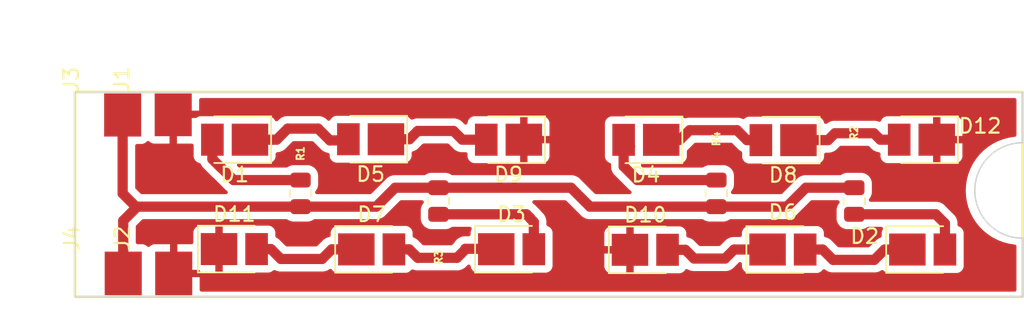
<source format=kicad_pcb>
(kicad_pcb (version 20211014) (generator pcbnew)
  (layers (0 "F.Cu" signal) (31 "B.Cu" signal) (34 "B.Paste" user) (35 "F.Paste" user) (36 "B.SilkS" user "B.Silkscreen") (37 "F.SilkS" user "F.Silkscreen") (38 "B.Mask" user) (39 "F.Mask" user) (44 "Edge.Cuts" user))
  (net 0 "")
  (net 1 "Net-(D1-Pad1)")
  (net 2 "Net-(D1-Pad2)")
  (net 3 "Net-(D2-Pad1)")
  (net 4 "Net-(D2-Pad2)")
  (net 5 "Net-(D3-Pad1)")
  (net 6 "Net-(D3-Pad2)")
  (net 7 "Net-(D4-Pad1)")
  (net 8 "Net-(D4-Pad2)")
  (net 9 "Net-(D5-Pad1)")
  (net 10 "Net-(D10-Pad2)")
  (net 11 "Net-(D11-Pad2)")
  (net 12 "Net-(D12-Pad2)")
  (net 13 "GND")
  (net 14 "+12V")
  (footprint "morphle_footprints:LED_PLCC_2835_Handsoldering" (layer "F.Cu") (at 132.3 130.47)
    (fp_text reference "D7" (at 0 -2.4) (layer "F.SilkS"))
    (fp_text value "LED_SMD_2835")
    (fp_line (start 1.4 -1.6) (end -2.5 -1.6) (layer "F.SilkS") (width 0.12))
    (fp_line (start 1.4 1.6) (end -2.5 1.6) (layer "F.SilkS") (width 0.12))
    (fp_line (start -2.5 -1.6) (end -2.5 1.6) (layer "F.SilkS") (width 0.12))
    (pad "1" smd rect (at -1.05 0) (size 2.5 2.2) (layers "F.Cu" "F.Paste" "F.Mask") (net 11 "Net-(D11-Pad2)"))
    (pad "2" smd rect (at 1.525 0) (size 1.55 2.2) (layers "F.Cu" "F.Paste" "F.Mask") (net 5 "Net-(D3-Pad1)"))
  )
  (footprint "morphle_footprints:R_0805_2012Metric" (layer "F.Cu") (at 155.925 126.625 90)
    (fp_text reference "R4" (at 3.74 0 90) (layer "F.SilkS") (effects (font (size 0.5 0.5) (thickness 0.125))))
    (fp_text value "RES_SYMBOL" hide)
    (fp_line (start -0.227064 -0.735) (end 0.227064 -0.735) (layer "F.SilkS") (width 0.12))
    (fp_line (start -0.227064 0.735) (end 0.227064 0.735) (layer "F.SilkS") (width 0.12))
    (pad "1" smd roundrect (at -0.9125 0 90) (size 1.025 1.4) (layers "F.Cu" "F.Paste" "F.Mask") (roundrect_rratio 0.243902) (net 14 "+12V"))
    (pad "2" smd roundrect (at 0.9125 0 90) (size 1.025 1.4) (layers "F.Cu" "F.Paste" "F.Mask") (roundrect_rratio 0.243902) (net 8 "Net-(D4-Pad2)"))
  )
  (footprint "morphle_footprints:LED_PLCC_2835_Handsoldering" (layer "F.Cu") (at 132.23 122.91 180)
    (fp_text reference "D5" (at 0 -2.4) (layer "F.SilkS"))
    (fp_text value "LED_SMD_2835")
    (fp_line (start -2.5 -1.6) (end -2.5 1.6) (layer "F.SilkS") (width 0.12))
    (fp_line (start 1.4 1.6) (end -2.5 1.6) (layer "F.SilkS") (width 0.12))
    (fp_line (start 1.4 -1.6) (end -2.5 -1.6) (layer "F.SilkS") (width 0.12))
    (pad "1" smd rect (at -1.05 0 180) (size 2.5 2.2) (layers "F.Cu" "F.Paste" "F.Mask") (net 9 "Net-(D5-Pad1)"))
    (pad "2" smd rect (at 1.525 0 180) (size 1.55 2.2) (layers "F.Cu" "F.Paste" "F.Mask") (net 1 "Net-(D1-Pad1)"))
  )
  (footprint "morphle_footprints:LED_PLCC_2835_Handsoldering" (layer "F.Cu") (at 141.89 130.46)
    (fp_text reference "D3" (at 0 -2.4) (layer "F.SilkS"))
    (fp_text value "LED_SMD_2835")
    (fp_line (start -2.5 -1.6) (end -2.5 1.6) (layer "F.SilkS") (width 0.12))
    (fp_line (start 1.4 1.6) (end -2.5 1.6) (layer "F.SilkS") (width 0.12))
    (fp_line (start 1.4 -1.6) (end -2.5 -1.6) (layer "F.SilkS") (width 0.12))
    (pad "1" smd rect (at -1.05 0) (size 2.5 2.2) (layers "F.Cu" "F.Paste" "F.Mask") (net 5 "Net-(D3-Pad1)"))
    (pad "2" smd rect (at 1.525 0) (size 1.55 2.2) (layers "F.Cu" "F.Paste" "F.Mask") (net 6 "Net-(D3-Pad2)"))
  )
  (footprint "morphle_footprints:LED_PLCC_2835_Handsoldering" (layer "F.Cu") (at 151.095 122.95 180)
    (fp_text reference "D4" (at 0 -2.4) (layer "F.SilkS"))
    (fp_text value "LED_SMD_2835")
    (fp_line (start -2.5 -1.6) (end -2.5 1.6) (layer "F.SilkS") (width 0.12))
    (fp_line (start 1.4 -1.6) (end -2.5 -1.6) (layer "F.SilkS") (width 0.12))
    (fp_line (start 1.4 1.6) (end -2.5 1.6) (layer "F.SilkS") (width 0.12))
    (pad "1" smd rect (at -1.05 0 180) (size 2.5 2.2) (layers "F.Cu" "F.Paste" "F.Mask") (net 7 "Net-(D4-Pad1)"))
    (pad "2" smd rect (at 1.525 0 180) (size 1.55 2.2) (layers "F.Cu" "F.Paste" "F.Mask") (net 8 "Net-(D4-Pad2)"))
  )
  (footprint "LED:Led_Footprint" (layer "F.Cu") (at 116.575 132.05 180)
    (fp_text reference "J4" (at 4.825 2.35 90 unlocked) (layer "F.SilkS"))
    (fp_text value "Led_Foot")
    (pad "1" smd rect (at 1.3 -0.075 180) (size 2.54 3) (layers "F.Cu" "F.Paste" "F.Mask") (net 14 "+12V"))
  )
  (footprint "morphle_footprints:LED_PLCC_2835_Handsoldering" (layer "F.Cu") (at 169.98 122.94 180)
    (fp_text reference "D12" (at -4.02 0.94) (layer "F.SilkS"))
    (fp_text value "LED_SMD_2835")
    (fp_line (start 1.4 -1.6) (end -2.5 -1.6) (layer "F.SilkS") (width 0.12))
    (fp_line (start 1.4 1.6) (end -2.5 1.6) (layer "F.SilkS") (width 0.12))
    (fp_line (start -2.5 -1.6) (end -2.5 1.6) (layer "F.SilkS") (width 0.12))
    (pad "1" smd rect (at -1.05 0 180) (size 2.5 2.2) (layers "F.Cu" "F.Paste" "F.Mask") (net 13 "GND"))
    (pad "2" smd rect (at 1.525 0 180) (size 1.55 2.2) (layers "F.Cu" "F.Paste" "F.Mask") (net 12 "Net-(D12-Pad2)"))
  )
  (footprint "LED:Led_Footprint" (layer "F.Cu") (at 116.535 121.15 180)
    (fp_text reference "J3" (at 4.825 2.35 90 unlocked) (layer "F.SilkS"))
    (fp_text value "Led_Foot")
    (pad "1" smd rect (at 1.3 -0.075 180) (size 2.54 3) (layers "F.Cu" "F.Paste" "F.Mask") (net 14 "+12V"))
  )
  (footprint "morphle_footprints:LED_PLCC_2835_Handsoldering" (layer "F.Cu") (at 151.055 130.5)
    (fp_text reference "D10" (at 0 -2.4) (layer "F.SilkS"))
    (fp_text value "LED_SMD_2835")
    (fp_line (start 1.4 1.6) (end -2.5 1.6) (layer "F.SilkS") (width 0.12))
    (fp_line (start 1.4 -1.6) (end -2.5 -1.6) (layer "F.SilkS") (width 0.12))
    (fp_line (start -2.5 -1.6) (end -2.5 1.6) (layer "F.SilkS") (width 0.12))
    (pad "1" smd rect (at -1.05 0) (size 2.5 2.2) (layers "F.Cu" "F.Paste" "F.Mask") (net 13 "GND"))
    (pad "2" smd rect (at 1.525 0) (size 1.55 2.2) (layers "F.Cu" "F.Paste" "F.Mask") (net 10 "Net-(D10-Pad2)"))
  )
  (footprint "morphle_footprints:LED_PLCC_2835_Handsoldering" (layer "F.Cu") (at 160.485 130.48)
    (fp_text reference "D6" (at -0.005 -2.56) (layer "F.SilkS"))
    (fp_text value "LED_SMD_2835")
    (fp_line (start 1.4 -1.6) (end -2.5 -1.6) (layer "F.SilkS") (width 0.12))
    (fp_line (start 1.4 1.6) (end -2.5 1.6) (layer "F.SilkS") (width 0.12))
    (fp_line (start -2.5 -1.6) (end -2.5 1.6) (layer "F.SilkS") (width 0.12))
    (pad "1" smd rect (at -1.05 0) (size 2.5 2.2) (layers "F.Cu" "F.Paste" "F.Mask") (net 10 "Net-(D10-Pad2)"))
    (pad "2" smd rect (at 1.525 0) (size 1.55 2.2) (layers "F.Cu" "F.Paste" "F.Mask") (net 3 "Net-(D2-Pad1)"))
  )
  (footprint "morphle_footprints:R_0805_2012Metric" (layer "F.Cu") (at 165.375 127.15 -90)
    (fp_text reference "R2" (at -4.68 0.01 90) (layer "F.SilkS") (effects (font (size 0.5 0.5) (thickness 0.125))))
    (fp_text value "RES_SYMBOL" hide)
    (fp_line (start -0.227064 -0.735) (end 0.227064 -0.735) (layer "F.SilkS") (width 0.12))
    (fp_line (start -0.227064 0.735) (end 0.227064 0.735) (layer "F.SilkS") (width 0.12))
    (pad "1" smd roundrect (at -0.9125 0 270) (size 1.025 1.4) (layers "F.Cu" "F.Paste" "F.Mask") (roundrect_rratio 0.243902) (net 14 "+12V"))
    (pad "2" smd roundrect (at 0.9125 0 270) (size 1.025 1.4) (layers "F.Cu" "F.Paste" "F.Mask") (roundrect_rratio 0.243902) (net 4 "Net-(D2-Pad2)"))
  )
  (footprint "LED:Led_Footprint" (layer "F.Cu") (at 120 121.125 180)
    (fp_text reference "J1" (at 4.825 2.35 90 unlocked) (layer "F.SilkS"))
    (fp_text value "Led_Foot")
    (pad "1" smd rect (at 1.3 -0.075 180) (size 2.54 3) (layers "F.Cu" "F.Paste" "F.Mask") (net 13 "GND"))
  )
  (footprint "morphle_footprints:R_0805_2012Metric" (layer "F.Cu") (at 127.425 126.625 90)
    (fp_text reference "R1" (at 2.73 0 90) (layer "F.SilkS") (effects (font (size 0.5 0.5) (thickness 0.125))))
    (fp_text value "RES_SYMBOL" hide)
    (fp_line (start -0.227064 0.735) (end 0.227064 0.735) (layer "F.SilkS") (width 0.12))
    (fp_line (start -0.227064 -0.735) (end 0.227064 -0.735) (layer "F.SilkS") (width 0.12))
    (pad "1" smd roundrect (at -0.9125 0 90) (size 1.025 1.4) (layers "F.Cu" "F.Paste" "F.Mask") (roundrect_rratio 0.243902) (net 14 "+12V"))
    (pad "2" smd roundrect (at 0.9125 0 90) (size 1.025 1.4) (layers "F.Cu" "F.Paste" "F.Mask") (roundrect_rratio 0.243902) (net 2 "Net-(D1-Pad2)"))
  )
  (footprint "LED:Led_Footprint" (layer "F.Cu") (at 120.035 132.05 180)
    (fp_text reference "J2" (at 4.825 2.35 90 unlocked) (layer "F.SilkS"))
    (fp_text value "Led_Foot")
    (pad "1" smd rect (at 1.3 -0.075 180) (size 2.54 3) (layers "F.Cu" "F.Paste" "F.Mask") (net 13 "GND"))
  )
  (footprint "morphle_footprints:LED_PLCC_2835_Handsoldering" (layer "F.Cu") (at 141.68 122.94 180)
    (fp_text reference "D9" (at 0 -2.4) (layer "F.SilkS"))
    (fp_text value "LED_SMD_2835")
    (fp_line (start -2.5 -1.6) (end -2.5 1.6) (layer "F.SilkS") (width 0.12))
    (fp_line (start 1.4 -1.6) (end -2.5 -1.6) (layer "F.SilkS") (width 0.12))
    (fp_line (start 1.4 1.6) (end -2.5 1.6) (layer "F.SilkS") (width 0.12))
    (pad "1" smd rect (at -1.05 0 180) (size 2.5 2.2) (layers "F.Cu" "F.Paste" "F.Mask") (net 13 "GND"))
    (pad "2" smd rect (at 1.525 0 180) (size 1.55 2.2) (layers "F.Cu" "F.Paste" "F.Mask") (net 9 "Net-(D5-Pad1)"))
  )
  (footprint "morphle_footprints:LED_PLCC_2835_Handsoldering" (layer "F.Cu") (at 170.065 130.48)
    (fp_text reference "D2" (at -3.975 -0.91) (layer "F.SilkS"))
    (fp_text value "LED_SMD_2835")
    (fp_line (start -2.5 -1.6) (end -2.5 1.6) (layer "F.SilkS") (width 0.12))
    (fp_line (start 1.4 -1.6) (end -2.5 -1.6) (layer "F.SilkS") (width 0.12))
    (fp_line (start 1.4 1.6) (end -2.5 1.6) (layer "F.SilkS") (width 0.12))
    (pad "1" smd rect (at -1.05 0) (size 2.5 2.2) (layers "F.Cu" "F.Paste" "F.Mask") (net 3 "Net-(D2-Pad1)"))
    (pad "2" smd rect (at 1.525 0) (size 1.55 2.2) (layers "F.Cu" "F.Paste" "F.Mask") (net 4 "Net-(D2-Pad2)"))
  )
  (footprint "morphle_footprints:R_0805_2012Metric" (layer "F.Cu") (at 136.875 127.15 -90)
    (fp_text reference "R3" (at 3.85 -0.02 -270) (layer "F.SilkS") (effects (font (size 0.5 0.5) (thickness 0.125))))
    (fp_text value "RES_SYMBOL" hide)
    (fp_line (start -0.227064 0.735) (end 0.227064 0.735) (layer "F.SilkS") (width 0.12))
    (fp_line (start -0.227064 -0.735) (end 0.227064 -0.735) (layer "F.SilkS") (width 0.12))
    (pad "1" smd roundrect (at -0.9125 0 270) (size 1.025 1.4) (layers "F.Cu" "F.Paste" "F.Mask") (roundrect_rratio 0.243902) (net 14 "+12V"))
    (pad "2" smd roundrect (at 0.9125 0 270) (size 1.025 1.4) (layers "F.Cu" "F.Paste" "F.Mask") (roundrect_rratio 0.243902) (net 6 "Net-(D3-Pad2)"))
  )
  (footprint "morphle_footprints:LED_PLCC_2835_Handsoldering" (layer "F.Cu") (at 122.89 130.45)
    (fp_text reference "D11" (at 0 -2.4) (layer "F.SilkS"))
    (fp_text value "LED_SMD_2835")
    (fp_line (start -2.5 -1.6) (end -2.5 1.6) (layer "F.SilkS") (width 0.12))
    (fp_line (start 1.4 -1.6) (end -2.5 -1.6) (layer "F.SilkS") (width 0.12))
    (fp_line (start 1.4 1.6) (end -2.5 1.6) (layer "F.SilkS") (width 0.12))
    (pad "1" smd rect (at -1.05 0) (size 2.5 2.2) (layers "F.Cu" "F.Paste" "F.Mask") (net 13 "GND"))
    (pad "2" smd rect (at 1.525 0) (size 1.55 2.2) (layers "F.Cu" "F.Paste" "F.Mask") (net 11 "Net-(D11-Pad2)"))
  )
  (footprint "morphle_footprints:LED_PLCC_2835_Handsoldering" (layer "F.Cu") (at 122.91 122.94 180)
    (fp_text reference "D1" (at 0 -2.4) (layer "F.SilkS"))
    (fp_text value "LED_SMD_2835")
    (fp_line (start 1.4 1.6) (end -2.5 1.6) (layer "F.SilkS") (width 0.12))
    (fp_line (start -2.5 -1.6) (end -2.5 1.6) (layer "F.SilkS") (width 0.12))
    (fp_line (start 1.4 -1.6) (end -2.5 -1.6) (layer "F.SilkS") (width 0.12))
    (pad "1" smd rect (at -1.05 0 180) (size 2.5 2.2) (layers "F.Cu" "F.Paste" "F.Mask") (net 1 "Net-(D1-Pad1)"))
    (pad "2" smd rect (at 1.525 0 180) (size 1.55 2.2) (layers "F.Cu" "F.Paste" "F.Mask") (net 2 "Net-(D1-Pad2)"))
  )
  (footprint "morphle_footprints:LED_PLCC_2835_Handsoldering" (layer "F.Cu") (at 160.5 122.97 180)
    (fp_text reference "D8" (at 0 -2.4) (layer "F.SilkS"))
    (fp_text value "LED_SMD_2835")
    (fp_line (start 1.4 -1.6) (end -2.5 -1.6) (layer "F.SilkS") (width 0.12))
    (fp_line (start -2.5 -1.6) (end -2.5 1.6) (layer "F.SilkS") (width 0.12))
    (fp_line (start 1.4 1.6) (end -2.5 1.6) (layer "F.SilkS") (width 0.12))
    (pad "1" smd rect (at -1.05 0 180) (size 2.5 2.2) (layers "F.Cu" "F.Paste" "F.Mask") (net 12 "Net-(D12-Pad2)"))
    (pad "2" smd rect (at 1.525 0 180) (size 1.55 2.2) (layers "F.Cu" "F.Paste" "F.Mask") (net 7 "Net-(D4-Pad1)"))
  )
  (gr_rect (start 176.91 119.67) (end 111.965 133.72) (layer "F.SilkS") (width 0.2) (fill none))
  (gr_line (start 111.975 119.675) (end 176.9 119.675) (layer "Edge.Cuts") (width 0.1))
  (gr_arc (start 176.925 129.7) (mid 173.648852 126.437456) (end 176.9 123.15) (layer "Edge.Cuts") (width 0.1))
  (gr_line (start 176.925 133.725) (end 111.975 133.725) (layer "Edge.Cuts") (width 0.1))
  (gr_line (start 111.975 133.725) (end 111.975 119.675) (layer "Edge.Cuts") (width 0.1))
  (gr_line (start 176.925 129.7) (end 176.925 133.725) (layer "Edge.Cuts") (width 0.1))
  (gr_line (start 176.9 119.675) (end 176.9 123.15) (layer "Edge.Cuts") (width 0.1))
  (segment (start 125.79 122.94) (end 126.55 122.18) (width 0.7) (layer "F.Cu") (net 1))
  (segment (start 126.55 122.18) (end 128.63 122.18) (width 0.7) (layer "F.Cu") (net 1))
  (segment (start 129.44 122.99) (end 130.625 122.99) (width 0.7) (layer "F.Cu") (net 1))
  (segment (start 130.625 122.99) (end 130.705 122.91) (width 0.7) (layer "F.Cu") (net 1))
  (segment (start 123.96 122.94) (end 125.79 122.94) (width 0.7) (layer "F.Cu") (net 1))
  (segment (start 128.63 122.18) (end 129.44 122.99) (width 0.7) (layer "F.Cu") (net 1))
  (segment (start 121.985 124.86) (end 122.8375 125.7125) (width 0.7) (layer "F.Cu") (net 2))
  (segment (start 121.97 124.86) (end 121.985 124.86) (width 0.7) (layer "F.Cu") (net 2))
  (segment (start 121.385 122.94) (end 121.385 124.275) (width 0.7) (layer "F.Cu") (net 2))
  (segment (start 122.8375 125.7125) (end 127.425 125.7125) (width 0.7) (layer "F.Cu") (net 2))
  (segment (start 121.385 124.275) (end 121.97 124.86) (width 0.7) (layer "F.Cu") (net 2))
  (segment (start 163.21 130.48) (end 163.92 131.19) (width 0.7) (layer "F.Cu") (net 3))
  (segment (start 167.46 130.48) (end 169.015 130.48) (width 0.7) (layer "F.Cu") (net 3))
  (segment (start 163.92 131.19) (end 166.75 131.19) (width 0.7) (layer "F.Cu") (net 3))
  (segment (start 166.75 131.19) (end 167.46 130.48) (width 0.7) (layer "F.Cu") (net 3))
  (segment (start 162.01 130.48) (end 163.21 130.48) (width 0.7) (layer "F.Cu") (net 3))
  (segment (start 170.9625 128.0625) (end 165.375 128.0625) (width 0.7) (layer "F.Cu") (net 4))
  (segment (start 171.59 128.69) (end 170.9625 128.0625) (width 0.7) (layer "F.Cu") (net 4))
  (segment (start 171.59 130.48) (end 171.59 128.69) (width 0.7) (layer "F.Cu") (net 4))
  (segment (start 138.15 131.05) (end 138.72 130.48) (width 0.7) (layer "F.Cu") (net 5))
  (segment (start 135.46 131.05) (end 138.15 131.05) (width 0.7) (layer "F.Cu") (net 5))
  (segment (start 140.81 130.43) (end 140.84 130.46) (width 0.7) (layer "F.Cu") (net 5))
  (segment (start 138.72 130.48) (end 138.72 130.43) (width 0.7) (layer "F.Cu") (net 5))
  (segment (start 138.72 130.43) (end 140.81 130.43) (width 0.7) (layer "F.Cu") (net 5))
  (segment (start 134.88 130.47) (end 135.46 131.05) (width 0.7) (layer "F.Cu") (net 5))
  (segment (start 133.825 130.47) (end 134.88 130.47) (width 0.7) (layer "F.Cu") (net 5))
  (segment (start 143.175 128.325) (end 142.9125 128.0625) (width 0.7) (layer "F.Cu") (net 6))
  (segment (start 142.9125 128.0625) (end 136.875 128.0625) (width 0.7) (layer "F.Cu") (net 6))
  (segment (start 143.415 128.59) (end 143.175 128.35) (width 0.7) (layer "F.Cu") (net 6))
  (segment (start 143.415 130.46) (end 143.415 128.59) (width 0.7) (layer "F.Cu") (net 6))
  (segment (start 143.175 128.35) (end 143.175 128.325) (width 0.7) (layer "F.Cu") (net 6))
  (segment (start 143.67 130.205) (end 143.415 130.46) (width 0.7) (layer "F.Cu") (net 6))
  (segment (start 158.02 122.97) (end 158.975 122.97) (width 0.7) (layer "F.Cu") (net 7))
  (segment (start 153.43 122.95) (end 154.09 122.29) (width 0.7) (layer "F.Cu") (net 7))
  (segment (start 152.145 122.95) (end 153.43 122.95) (width 0.7) (layer "F.Cu") (net 7))
  (segment (start 157.34 122.29) (end 158.02 122.97) (width 0.7) (layer "F.Cu") (net 7))
  (segment (start 154.09 122.29) (end 157.34 122.29) (width 0.7) (layer "F.Cu") (net 7))
  (segment (start 150.5125 125.7125) (end 155.925 125.7125) (width 0.7) (layer "F.Cu") (net 8))
  (segment (start 149.57 124.77) (end 150.5125 125.7125) (width 0.7) (layer "F.Cu") (net 8))
  (segment (start 150.01 123.39) (end 149.57 122.95) (width 0.7) (layer "F.Cu") (net 8))
  (segment (start 149.57 122.95) (end 149.57 124.77) (width 0.7) (layer "F.Cu") (net 8))
  (segment (start 133.28 122.91) (end 134.89 122.91) (width 0.7) (layer "F.Cu") (net 9))
  (segment (start 134.89 122.91) (end 135.46 122.34) (width 0.7) (layer "F.Cu") (net 9))
  (segment (start 135.46 122.34) (end 137.91 122.34) (width 0.7) (layer "F.Cu") (net 9))
  (segment (start 137.91 122.34) (end 138.51 122.94) (width 0.7) (layer "F.Cu") (net 9))
  (segment (start 138.51 122.94) (end 140.155 122.94) (width 0.7) (layer "F.Cu") (net 9))
  (segment (start 154.4 131.1) (end 156.52 131.1) (width 0.7) (layer "F.Cu") (net 10))
  (segment (start 152.58 130.5) (end 153.8 130.5) (width 0.7) (layer "F.Cu") (net 10))
  (segment (start 153.8 130.5) (end 154.4 131.1) (width 0.7) (layer "F.Cu") (net 10))
  (segment (start 157.14 130.48) (end 159.435 130.48) (width 0.7) (layer "F.Cu") (net 10))
  (segment (start 156.52 131.1) (end 157.14 130.48) (width 0.7) (layer "F.Cu") (net 10))
  (segment (start 125.4 130.45) (end 126.08 131.13) (width 0.7) (layer "F.Cu") (net 11))
  (segment (start 126.08 131.13) (end 128.9 131.13) (width 0.7) (layer "F.Cu") (net 11))
  (segment (start 124.415 130.45) (end 125.4 130.45) (width 0.7) (layer "F.Cu") (net 11))
  (segment (start 129.56 130.47) (end 131.25 130.47) (width 0.7) (layer "F.Cu") (net 11))
  (segment (start 128.9 131.13) (end 129.56 130.47) (width 0.7) (layer "F.Cu") (net 11))
  (segment (start 164.05 122.5) (end 166.72 122.5) (width 0.7) (layer "F.Cu") (net 12))
  (segment (start 163.58 122.97) (end 164.05 122.5) (width 0.7) (layer "F.Cu") (net 12))
  (segment (start 167.16 122.94) (end 168.455 122.94) (width 0.7) (layer "F.Cu") (net 12))
  (segment (start 166.72 122.5) (end 167.16 122.94) (width 0.7) (layer "F.Cu") (net 12))
  (segment (start 161.55 122.97) (end 163.58 122.97) (width 0.7) (layer "F.Cu") (net 12))
  (segment (start 116.2375 127.5375) (end 116.1375 127.5375) (width 0.7) (layer "F.Cu") (net 14))
  (segment (start 160.7625 127.5375) (end 155.925 127.5375) (width 0.7) (layer "F.Cu") (net 14))
  (segment (start 116.1375 127.5375) (end 115.235 126.635) (width 0.7) (layer "F.Cu") (net 14))
  (segment (start 127.425 127.5375) (end 132.6125 127.5375) (width 0.7) (layer "F.Cu") (net 14))
  (segment (start 155.925 127.5375) (end 147.2625 127.5375) (width 0.7) (layer "F.Cu") (net 14))
  (segment (start 116.2375 127.5375) (end 115.275 128.5) (width 0.7) (layer "F.Cu") (net 14))
  (segment (start 165.375 126.2375) (end 162.0625 126.2375) (width 0.7) (layer "F.Cu") (net 14))
  (segment (start 145.9625 126.2375) (end 136.875 126.2375) (width 0.7) (layer "F.Cu") (net 14))
  (segment (start 115.235 126.635) (end 115.235 121.225) (width 0.7) (layer "F.Cu") (net 14))
  (segment (start 162.0625 126.2375) (end 160.7625 127.5375) (width 0.7) (layer "F.Cu") (net 14))
  (segment (start 127.425 127.5375) (end 116.2375 127.5375) (width 0.7) (layer "F.Cu") (net 14))
  (segment (start 147.2625 127.5375) (end 145.9625 126.2375) (width 0.7) (layer "F.Cu") (net 14))
  (segment (start 115.275 128.5) (end 115.275 132.125) (width 0.7) (layer "F.Cu") (net 14))
  (segment (start 133.9125 126.2375) (end 136.875 126.2375) (width 0.7) (layer "F.Cu") (net 14))
  (segment (start 132.6125 127.5375) (end 133.9125 126.2375) (width 0.7) (layer "F.Cu") (net 14))
  (zone (net 13) (net_name "GND") (layers F&B.Cu) (connect_pads (clearance 0.508)) (min_thickness 0.254) (fill yes (thermal_gap 0.508) (thermal_bridge_width 0.508))
    (polygon (pts (xy 176.72 119.86) (xy 176.73 133.51) (xy 112.147962 133.569967) (xy 112.177962 119.849967)))
  )
)
</source>
